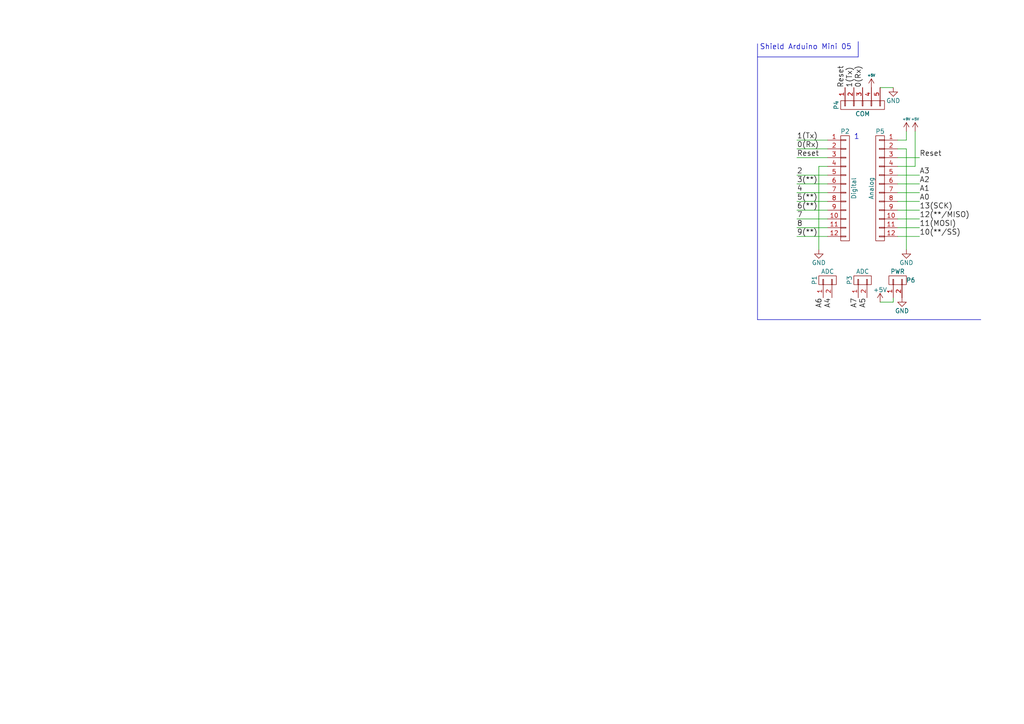
<source format=kicad_sch>
(kicad_sch (version 20230121) (generator eeschema)
  (paper "A4")
  (title_block (date "sam. 04 avril 2015"))
  (lib_symbols
    (symbol "Arduino_Mini-rescue:+5V" (power) (pin_names (offset 0))
      (property "Value" "+5V" (at 0 3.556 0))
      (symbol "+5V_0_1"
        (polyline (pts (xy -0.762 1.27) (xy 0 2.54)))
        (polyline (pts (xy 0 0) (xy 0 2.54)))
        (polyline (pts (xy 0 2.54) (xy 0.762 1.27)))
      )
      (symbol "+5V_1_1"
        (pin power_in line (at 0 0 90) (length 0) hide (name "+5V") (number "1"))
      )
    )
    (symbol "Arduino_Mini-rescue:+9V" (power) (pin_names (offset 0))
      (property "Value" "+9V" (at 0 3.556 0))
      (symbol "+9V_0_1"
        (polyline (pts (xy -0.762 1.27) (xy 0 2.54)))
        (polyline (pts (xy 0 0) (xy 0 2.54)))
        (polyline (pts (xy 0 2.54) (xy 0.762 1.27)))
      )
      (symbol "+9V_1_1"
        (pin power_in line (at 0 0 90) (length 0) hide (name "+9V") (number "1"))
      )
    )
    (symbol "Arduino_Mini-rescue:CONN_01X02" (pin_names (offset 1.016) hide)
      (property "Reference" "P" (at 0 3.81 0))
      (property "Value" "CONN_01X02" (at 2.54 0 90))
      (symbol "CONN_01X02_0_1"
        (rectangle (start -1.27 -1.143) (end 0.254 -1.397))
        (rectangle (start -1.27 1.397) (end 0.254 1.143))
        (rectangle (start -1.27 2.54) (end 1.27 -2.54))
      )
      (symbol "CONN_01X02_1_1"
        (pin passive line (at -5.08 1.27 0) (length 3.81) (name "P1") (number "1"))
        (pin passive line (at -5.08 -1.27 0) (length 3.81) (name "P2") (number "2"))
      )
    )
    (symbol "Arduino_Mini-rescue:CONN_01X05" (pin_names (offset 1.016) hide)
      (property "Reference" "P" (at 0 7.62 0))
      (property "Value" "CONN_01X05" (at 2.54 0 90))
      (symbol "CONN_01X05_0_1"
        (rectangle (start -1.27 -4.953) (end 0.254 -5.207))
        (rectangle (start -1.27 -2.413) (end 0.254 -2.667))
        (rectangle (start -1.27 0.127) (end 0.254 -0.127))
        (rectangle (start -1.27 2.667) (end 0.254 2.413))
        (rectangle (start -1.27 5.207) (end 0.254 4.953))
        (rectangle (start -1.27 6.35) (end 1.27 -6.35))
      )
      (symbol "CONN_01X05_1_1"
        (pin passive line (at -5.08 5.08 0) (length 3.81) (name "P1") (number "1"))
        (pin passive line (at -5.08 2.54 0) (length 3.81) (name "P2") (number "2"))
        (pin passive line (at -5.08 0 0) (length 3.81) (name "P3") (number "3"))
        (pin passive line (at -5.08 -2.54 0) (length 3.81) (name "P4") (number "4"))
        (pin passive line (at -5.08 -5.08 0) (length 3.81) (name "P5") (number "5"))
      )
    )
    (symbol "Arduino_Mini-rescue:CONN_01X12" (pin_names (offset 1.016) hide)
      (property "Reference" "P" (at 0 16.51 0))
      (property "Value" "CONN_01X12" (at 2.54 0 90))
      (symbol "CONN_01X12_0_1"
        (rectangle (start -1.27 -15.24) (end 1.27 15.24))
        (rectangle (start -1.27 -13.843) (end 0.254 -14.097))
        (rectangle (start -1.27 -11.303) (end 0.254 -11.557))
        (rectangle (start -1.27 -8.763) (end 0.254 -9.017))
        (rectangle (start -1.27 -6.223) (end 0.254 -6.477))
        (rectangle (start -1.27 -3.683) (end 0.254 -3.937))
        (rectangle (start -1.27 -1.143) (end 0.254 -1.397))
        (rectangle (start -1.27 1.397) (end 0.254 1.143))
        (rectangle (start -1.27 3.937) (end 0.254 3.683))
        (rectangle (start -1.27 6.477) (end 0.254 6.223))
        (rectangle (start -1.27 9.017) (end 0.254 8.763))
        (rectangle (start -1.27 11.557) (end 0.254 11.303))
        (rectangle (start -1.27 14.097) (end 0.254 13.843))
      )
      (symbol "CONN_01X12_1_1"
        (pin passive line (at -5.08 13.97 0) (length 3.81) (name "P1") (number "1"))
        (pin passive line (at -5.08 -8.89 0) (length 3.81) (name "P10") (number "10"))
        (pin passive line (at -5.08 -11.43 0) (length 3.81) (name "P11") (number "11"))
        (pin passive line (at -5.08 -13.97 0) (length 3.81) (name "P12") (number "12"))
        (pin passive line (at -5.08 11.43 0) (length 3.81) (name "P2") (number "2"))
        (pin passive line (at -5.08 8.89 0) (length 3.81) (name "P3") (number "3"))
        (pin passive line (at -5.08 6.35 0) (length 3.81) (name "P4") (number "4"))
        (pin passive line (at -5.08 3.81 0) (length 3.81) (name "P5") (number "5"))
        (pin passive line (at -5.08 1.27 0) (length 3.81) (name "P6") (number "6"))
        (pin passive line (at -5.08 -1.27 0) (length 3.81) (name "P7") (number "7"))
        (pin passive line (at -5.08 -3.81 0) (length 3.81) (name "P8") (number "8"))
        (pin passive line (at -5.08 -6.35 0) (length 3.81) (name "P9") (number "9"))
      )
    )
    (symbol "Arduino_Mini-rescue:GND" (power) (pin_names (offset 0))
      (property "Value" "GND" (at 0 -3.81 0))
      (symbol "GND_0_1"
        (polyline (pts (xy 0 0) (xy 0 -1.27) (xy 1.27 -1.27) (xy 0 -2.54) (xy -1.27 -1.27) (xy 0 -1.27)))
      )
      (symbol "GND_1_1"
        (pin power_in line (at 0 0 270) (length 0) hide (name "GND") (number "1"))
      )
    )
  )
  (wire (pts (xy 231.14 43.18) (xy 240.03 43.18)))
  (polyline (pts (xy 219.71 92.71) (xy 219.71 12.7)))
  (wire (pts (xy 266.7 53.34) (xy 260.35 53.34)))
  (wire (pts (xy 260.35 50.8) (xy 266.7 50.8)))
  (wire (pts (xy 240.03 68.58) (xy 231.14 68.58)))
  (wire (pts (xy 240.03 58.42) (xy 231.14 58.42)))
  (wire (pts (xy 260.35 60.96) (xy 266.7 60.96)))
  (wire (pts (xy 260.35 48.26) (xy 265.43 48.26)))
  (wire (pts (xy 266.7 45.72) (xy 260.35 45.72)))
  (polyline (pts (xy 284.48 92.71) (xy 219.71 92.71)))
  (wire (pts (xy 240.03 40.64) (xy 231.14 40.64)))
  (wire (pts (xy 231.14 50.8) (xy 240.03 50.8)))
  (wire (pts (xy 231.14 66.04) (xy 240.03 66.04)))
  (wire (pts (xy 240.03 48.26) (xy 237.49 48.26)))
  (wire (pts (xy 262.89 40.64) (xy 262.89 38.1)))
  (wire (pts (xy 259.08 86.36) (xy 259.08 87.63)))
  (wire (pts (xy 266.7 68.58) (xy 260.35 68.58)))
  (polyline (pts (xy 219.71 16.51) (xy 248.92 16.51)))
  (wire (pts (xy 266.7 58.42) (xy 260.35 58.42)))
  (polyline (pts (xy 248.92 16.51) (xy 248.92 12.065)))
  (wire (pts (xy 260.35 43.18) (xy 262.89 43.18)))
  (wire (pts (xy 237.49 48.26) (xy 237.49 72.39)))
  (wire (pts (xy 240.03 53.34) (xy 231.14 53.34)))
  (wire (pts (xy 262.89 43.18) (xy 262.89 72.39)))
  (wire (pts (xy 255.27 25.4) (xy 259.08 25.4)))
  (wire (pts (xy 260.35 40.64) (xy 262.89 40.64)))
  (wire (pts (xy 259.08 87.63) (xy 255.27 87.63)))
  (wire (pts (xy 265.43 48.26) (xy 265.43 38.1)))
  (wire (pts (xy 266.7 66.04) (xy 260.35 66.04)))
  (wire (pts (xy 240.03 63.5) (xy 231.14 63.5)))
  (wire (pts (xy 231.14 60.96) (xy 240.03 60.96)))
  (wire (pts (xy 266.7 63.5) (xy 260.35 63.5)))
  (wire (pts (xy 231.14 55.88) (xy 240.03 55.88)))
  (wire (pts (xy 240.03 45.72) (xy 231.14 45.72)))
  (wire (pts (xy 266.7 55.88) (xy 260.35 55.88)))
  (text "Shield Arduino Mini 05" (at 220.345 14.605 0) (effects (font (size 1.524 1.524)) (justify left bottom)))
  (text "1" (at 247.65 40.64 0) (effects (font (size 1.524 1.524)) (justify left bottom)))
  (label "A5" (at 251.46 86.36 270) (effects (font (size 1.524 1.524))))
  (label "A3" (at 266.7 50.8 0) (effects (font (size 1.524 1.524))))
  (label "0(Rx)" (at 250.19 25.4 90) (effects (font (size 1.524 1.524))))
  (label "A6" (at 238.76 86.36 270) (effects (font (size 1.524 1.524))))
  (label "4" (at 231.14 55.88 0) (effects (font (size 1.524 1.524))))
  (label "A7" (at 248.92 86.36 270) (effects (font (size 1.524 1.524))))
  (label "1(Tx)" (at 247.65 25.4 90) (effects (font (size 1.524 1.524))))
  (label "7" (at 231.14 63.5 0) (effects (font (size 1.524 1.524))))
  (label "A2" (at 266.7 53.34 0) (effects (font (size 1.524 1.524))))
  (label "Reset" (at 245.11 25.4 90) (effects (font (size 1.524 1.524))))
  (label "12(**/MISO)" (at 266.7 63.5 0) (effects (font (size 1.524 1.524))))
  (label "A1" (at 266.7 55.88 0) (effects (font (size 1.524 1.524))))
  (label "Reset" (at 231.14 45.72 0) (effects (font (size 1.524 1.524))))
  (label "Reset" (at 266.7 45.72 0) (effects (font (size 1.524 1.524))))
  (label "3(**)" (at 231.14 53.34 0) (effects (font (size 1.524 1.524))))
  (label "2" (at 231.14 50.8 0) (effects (font (size 1.524 1.524))))
  (label "8" (at 231.14 66.04 0) (effects (font (size 1.524 1.524))))
  (label "0(Rx)" (at 231.14 43.18 0) (effects (font (size 1.524 1.524))))
  (label "5(**)" (at 231.14 58.42 0) (effects (font (size 1.524 1.524))))
  (label "13(SCK)" (at 266.7 60.96 0) (effects (font (size 1.524 1.524))))
  (label "11(MOSI)" (at 266.7 66.04 0) (effects (font (size 1.524 1.524))))
  (label "10(**/SS)" (at 266.7 68.58 0) (effects (font (size 1.524 1.524))))
  (label "A0" (at 266.7 58.42 0) (effects (font (size 1.524 1.524))))
  (label "6(**)" (at 231.14 60.96 0) (effects (font (size 1.524 1.524))))
  (label "A4" (at 241.3 86.36 270) (effects (font (size 1.524 1.524))))
  (label "9(**)" (at 231.14 68.58 0) (effects (font (size 1.524 1.524))))
  (label "1(Tx)" (at 231.14 40.64 0) (effects (font (size 1.524 1.524))))
  (symbol (lib_id "Arduino_Mini-rescue:CONN_01X02") (at 240.03 81.28 90) (unit 1)
    (property "Reference" "P1" (at 236.22 81.28 0))
    (property "Value" "ADC" (at 240.03 78.74 90))
    (property "Footprint" "Socket_Arduino_Mini:Socket_Strip_Arduino_1x02" (effects hide))
  )
  (symbol (lib_id "Arduino_Mini-rescue:CONN_01X02") (at 250.19 81.28 90) (unit 1)
    (property "Reference" "P3" (at 246.38 81.28 0))
    (property "Value" "ADC" (at 250.19 78.74 90))
    (property "Footprint" "Socket_Arduino_Mini:Socket_Strip_Arduino_1x02" (effects hide))
  )
  (symbol (lib_id "Arduino_Mini-rescue:CONN_01X02") (at 260.35 81.28 90) (unit 1)
    (property "Reference" "P6" (at 264.16 81.28 90))
    (property "Value" "PWR" (at 260.35 78.74 90))
    (property "Footprint" "Socket_Arduino_Mini:Socket_Strip_Arduino_1x02" (effects hide))
  )
  (symbol (lib_id "Arduino_Mini-rescue:GND") (at 261.62 86.36 0) (unit 1)
    (property "Reference" "#PWR01" (effects hide))
    (property "Value" "GND" (at 261.62 90.17 0))
  )
  (symbol (lib_id "Arduino_Mini-rescue:+5V") (at 255.27 87.63 0) (unit 1)
    (property "Reference" "#PWR02" (effects hide))
    (property "Value" "+5V" (at 255.27 84.074 0))
  )
  (symbol (lib_id "Arduino_Mini-rescue:GND") (at 262.89 72.39 0) (unit 1)
    (property "Reference" "#PWR03" (effects hide))
    (property "Value" "GND" (at 262.89 76.2 0))
  )
  (symbol (lib_id "Arduino_Mini-rescue:CONN_01X12") (at 245.11 54.61 0) (unit 1)
    (property "Reference" "P2" (at 245.11 38.1 0))
    (property "Value" "Digital" (at 247.65 54.61 90))
    (property "Footprint" "Socket_Arduino_Mini:Socket_Strip_Arduino_1x12" (effects hide))
  )
  (symbol (lib_id "Arduino_Mini-rescue:CONN_01X12") (at 255.27 54.61 0) (mirror y) (unit 1)
    (property "Reference" "P5" (at 255.27 38.1 0))
    (property "Value" "Analog" (at 252.73 54.61 90))
    (property "Footprint" "Socket_Arduino_Mini:Socket_Strip_Arduino_1x12" (effects hide))
  )
  (symbol (lib_id "Arduino_Mini-rescue:GND") (at 237.49 72.39 0) (unit 1)
    (property "Reference" "#PWR04" (effects hide))
    (property "Value" "GND" (at 237.49 76.2 0))
  )
  (symbol (lib_id "Arduino_Mini-rescue:+9V") (at 262.89 38.1 0) (unit 1)
    (property "Reference" "#PWR05" (effects hide))
    (property "Value" "+9V" (at 262.89 34.544 0) (effects (font (size 0.7112 0.7112))))
  )
  (symbol (lib_id "Arduino_Mini-rescue:+5V") (at 265.43 38.1 0) (unit 1)
    (property "Reference" "#PWR06" (effects hide))
    (property "Value" "+5V" (at 265.43 34.544 0) (effects (font (size 0.7112 0.7112))))
  )
  (symbol (lib_id "Arduino_Mini-rescue:CONN_01X05") (at 250.19 30.48 90) (mirror x) (unit 1)
    (property "Reference" "P4" (at 242.57 30.48 0))
    (property "Value" "COM" (at 250.19 33.02 90))
    (property "Footprint" "Socket_Arduino_Mini:Socket_Strip_Arduino_1x05" (effects hide))
  )
  (symbol (lib_id "Arduino_Mini-rescue:+5V") (at 252.73 25.4 0) (unit 1)
    (property "Reference" "#PWR07" (effects hide))
    (property "Value" "+5V" (at 252.73 21.844 0) (effects (font (size 0.7112 0.7112))))
  )
  (symbol (lib_id "Arduino_Mini-rescue:GND") (at 259.08 25.4 0) (unit 1)
    (property "Reference" "#PWR08" (effects hide))
    (property "Value" "GND" (at 259.08 29.21 0))
  )
)
</source>
